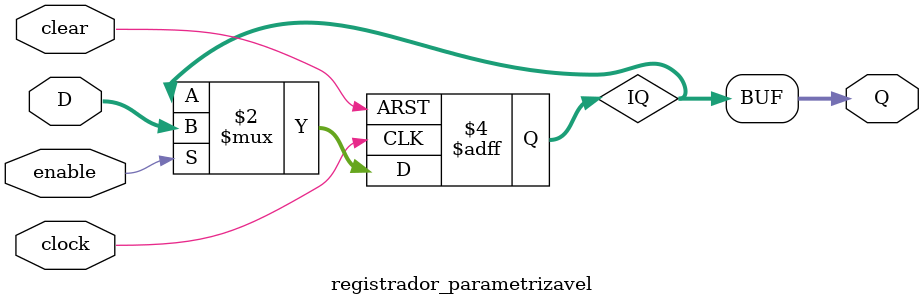
<source format=v>
module registrador_parametrizavel #(parameter M = 4)
(
    input        clock,
    input        clear,
    input        enable,
    input  [M-1:0] D,
    output [M-1:0] Q
);

    reg [M-1:0] IQ;

    always @(posedge clock or posedge clear) begin
        if (clear)
            IQ <= 0;
        else if (enable)
            IQ <= D;
    end

    assign Q = IQ;

endmodule
</source>
